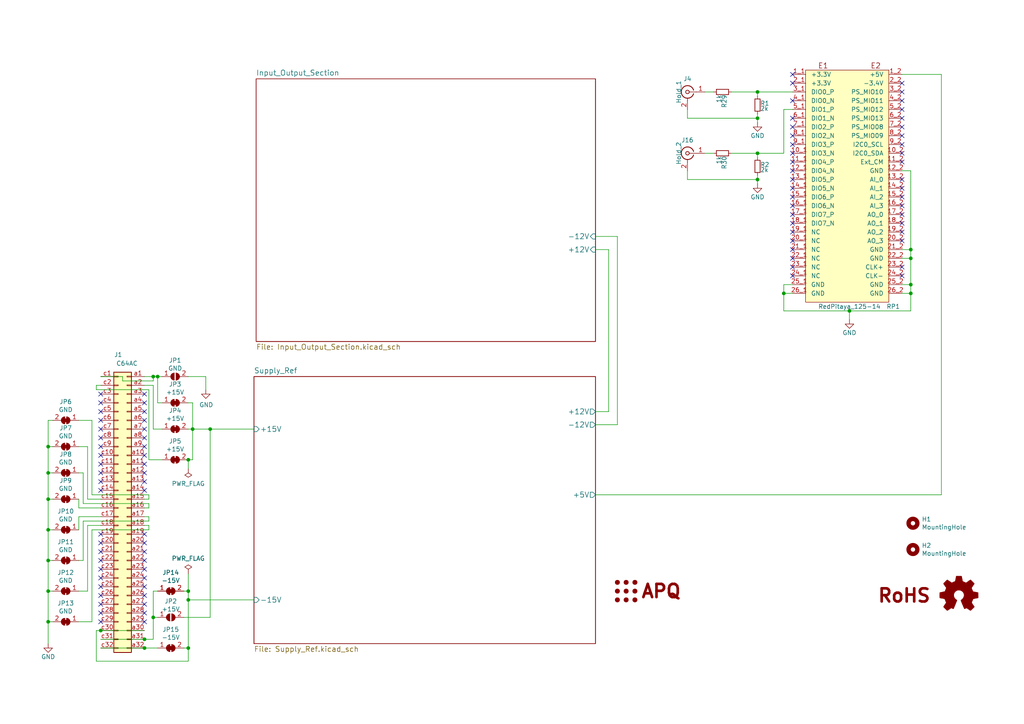
<source format=kicad_sch>
(kicad_sch (version 20230121) (generator eeschema)
  (paper "A4")
  (title_block (title "RedPitaya IntStab: +/-12V,+5V Supply") (date "2023-11-02") (rev "1.5.2") (company "Atoms-Photons-Quanta, Institut für Angewandte Physik, TU Darmstadt") (comment 1 "Tilman Preuschoff"))
  (lib_symbols
    (symbol "Connector:Conn_Coaxial" (pin_names (offset 1.016) hide)
      (property "Reference" "J" (at 0.254 3.048 0))
      (property "Value" "Conn_Coaxial" (at 2.921 0 90))
      (symbol "Conn_Coaxial_0_1"
        (arc (start -1.778 -0.508) (mid 0.2311 -1.8066) (end 1.778 0) (stroke (width 0.254)))
        (polyline (pts (xy -2.54 0) (xy -0.508 0)))
        (polyline (pts (xy 0 -2.54) (xy 0 -1.778)))
        (circle (center 0 0) (radius 0.508) (stroke (width 0.2032)))
        (arc (start 1.778 0) (mid 0.2099 1.8101) (end -1.778 0.508) (stroke (width 0.254)))
      )
      (symbol "Conn_Coaxial_1_1"
        (pin passive line (at -5.08 0 0) (length 2.54) (name "In") (number "1"))
        (pin passive line (at 0 -5.08 90) (length 2.54) (name "Ext") (number "2"))
      )
    )
    (symbol "Connector:DIN41612_02x32_AC" (pin_names (offset 1.016) hide)
      (property "Reference" "J" (at 1.27 40.64 0))
      (property "Value" "DIN41612_02x32_AC" (at 1.27 -43.18 0))
      (symbol "DIN41612_02x32_AC_1_1"
        (rectangle (start -1.27 -40.513) (end 0 -40.767) (stroke (width 0.1524)))
        (rectangle (start -1.27 -37.973) (end 0 -38.227) (stroke (width 0.1524)))
        (rectangle (start -1.27 -35.433) (end 0 -35.687) (stroke (width 0.1524)))
        (rectangle (start -1.27 -32.893) (end 0 -33.147) (stroke (width 0.1524)))
        (rectangle (start -1.27 -30.353) (end 0 -30.607) (stroke (width 0.1524)))
        (rectangle (start -1.27 -27.813) (end 0 -28.067) (stroke (width 0.1524)))
        (rectangle (start -1.27 -25.273) (end 0 -25.527) (stroke (width 0.1524)))
        (rectangle (start -1.27 -22.733) (end 0 -22.987) (stroke (width 0.1524)))
        (rectangle (start -1.27 -20.193) (end 0 -20.447) (stroke (width 0.1524)))
        (rectangle (start -1.27 -17.653) (end 0 -17.907) (stroke (width 0.1524)))
        (rectangle (start -1.27 -15.113) (end 0 -15.367) (stroke (width 0.1524)))
        (rectangle (start -1.27 -12.573) (end 0 -12.827) (stroke (width 0.1524)))
        (rectangle (start -1.27 -10.033) (end 0 -10.287) (stroke (width 0.1524)))
        (rectangle (start -1.27 -7.493) (end 0 -7.747) (stroke (width 0.1524)))
        (rectangle (start -1.27 -4.953) (end 0 -5.207) (stroke (width 0.1524)))
        (rectangle (start -1.27 -2.413) (end 0 -2.667) (stroke (width 0.1524)))
        (rectangle (start -1.27 0.127) (end 0 -0.127) (stroke (width 0.1524)))
        (rectangle (start -1.27 2.667) (end 0 2.413) (stroke (width 0.1524)))
        (rectangle (start -1.27 5.207) (end 0 4.953) (stroke (width 0.1524)))
        (rectangle (start -1.27 7.747) (end 0 7.493) (stroke (width 0.1524)))
        (rectangle (start -1.27 10.287) (end 0 10.033) (stroke (width 0.1524)))
        (rectangle (start -1.27 12.827) (end 0 12.573) (stroke (width 0.1524)))
        (rectangle (start -1.27 15.367) (end 0 15.113) (stroke (width 0.1524)))
        (rectangle (start -1.27 17.907) (end 0 17.653) (stroke (width 0.1524)))
        (rectangle (start -1.27 20.447) (end 0 20.193) (stroke (width 0.1524)))
        (rectangle (start -1.27 22.987) (end 0 22.733) (stroke (width 0.1524)))
        (rectangle (start -1.27 25.527) (end 0 25.273) (stroke (width 0.1524)))
        (rectangle (start -1.27 28.067) (end 0 27.813) (stroke (width 0.1524)))
        (rectangle (start -1.27 30.607) (end 0 30.353) (stroke (width 0.1524)))
        (rectangle (start -1.27 33.147) (end 0 32.893) (stroke (width 0.1524)))
        (rectangle (start -1.27 35.687) (end 0 35.433) (stroke (width 0.1524)))
        (rectangle (start -1.27 38.227) (end 0 37.973) (stroke (width 0.1524)))
        (rectangle (start -1.27 39.37) (end 3.81 -41.91) (stroke (width 0.254)) (fill (type background)))
        (rectangle (start 3.81 -40.513) (end 2.54 -40.767) (stroke (width 0.1524)))
        (rectangle (start 3.81 -37.973) (end 2.54 -38.227) (stroke (width 0.1524)))
        (rectangle (start 3.81 -35.433) (end 2.54 -35.687) (stroke (width 0.1524)))
        (rectangle (start 3.81 -32.893) (end 2.54 -33.147) (stroke (width 0.1524)))
        (rectangle (start 3.81 -30.353) (end 2.54 -30.607) (stroke (width 0.1524)))
        (rectangle (start 3.81 -27.813) (end 2.54 -28.067) (stroke (width 0.1524)))
        (rectangle (start 3.81 -25.273) (end 2.54 -25.527) (stroke (width 0.1524)))
        (rectangle (start 3.81 -22.733) (end 2.54 -22.987) (stroke (width 0.1524)))
        (rectangle (start 3.81 -20.193) (end 2.54 -20.447) (stroke (width 0.1524)))
        (rectangle (start 3.81 -17.653) (end 2.54 -17.907) (stroke (width 0.1524)))
        (rectangle (start 3.81 -15.113) (end 2.54 -15.367) (stroke (width 0.1524)))
        (rectangle (start 3.81 -12.573) (end 2.54 -12.827) (stroke (width 0.1524)))
        (rectangle (start 3.81 -10.033) (end 2.54 -10.287) (stroke (width 0.1524)))
        (rectangle (start 3.81 -7.493) (end 2.54 -7.747) (stroke (width 0.1524)))
        (rectangle (start 3.81 -4.953) (end 2.54 -5.207) (stroke (width 0.1524)))
        (rectangle (start 3.81 -2.413) (end 2.54 -2.667) (stroke (width 0.1524)))
        (rectangle (start 3.81 0.127) (end 2.54 -0.127) (stroke (width 0.1524)))
        (rectangle (start 3.81 2.667) (end 2.54 2.413) (stroke (width 0.1524)))
        (rectangle (start 3.81 5.207) (end 2.54 4.953) (stroke (width 0.1524)))
        (rectangle (start 3.81 7.747) (end 2.54 7.493) (stroke (width 0.1524)))
        (rectangle (start 3.81 10.287) (end 2.54 10.033) (stroke (width 0.1524)))
        (rectangle (start 3.81 12.827) (end 2.54 12.573) (stroke (width 0.1524)))
        (rectangle (start 3.81 15.367) (end 2.54 15.113) (stroke (width 0.1524)))
        (rectangle (start 3.81 17.907) (end 2.54 17.653) (stroke (width 0.1524)))
        (rectangle (start 3.81 20.447) (end 2.54 20.193) (stroke (width 0.1524)))
        (rectangle (start 3.81 22.987) (end 2.54 22.733) (stroke (width 0.1524)))
        (rectangle (start 3.81 25.527) (end 2.54 25.273) (stroke (width 0.1524)))
        (rectangle (start 3.81 28.067) (end 2.54 27.813) (stroke (width 0.1524)))
        (rectangle (start 3.81 30.607) (end 2.54 30.353) (stroke (width 0.1524)))
        (rectangle (start 3.81 33.147) (end 2.54 32.893) (stroke (width 0.1524)))
        (rectangle (start 3.81 35.687) (end 2.54 35.433) (stroke (width 0.1524)))
        (rectangle (start 3.81 38.227) (end 2.54 37.973) (stroke (width 0.1524)))
        (pin passive line (at -5.08 38.1 0) (length 3.81) (name "Pin_a1") (number "a1"))
        (pin passive line (at -5.08 15.24 0) (length 3.81) (name "Pin_a10") (number "a10"))
        (pin passive line (at -5.08 12.7 0) (length 3.81) (name "Pin_a11") (number "a11"))
        (pin passive line (at -5.08 10.16 0) (length 3.81) (name "Pin_a12") (number "a12"))
        (pin passive line (at -5.08 7.62 0) (length 3.81) (name "Pin_a13") (number "a13"))
        (pin passive line (at -5.08 5.08 0) (length 3.81) (name "Pin_a14") (number "a14"))
        (pin passive line (at -5.08 2.54 0) (length 3.81) (name "Pin_a15") (number "a15"))
        (pin passive line (at -5.08 0 0) (length 3.81) (name "Pin_a16") (number "a16"))
        (pin passive line (at -5.08 -2.54 0) (length 3.81) (name "Pin_a17") (number "a17"))
        (pin passive line (at -5.08 -5.08 0) (length 3.81) (name "Pin_a18") (number "a18"))
        (pin passive line (at -5.08 -7.62 0) (length 3.81) (name "Pin_a19") (number "a19"))
        (pin passive line (at -5.08 35.56 0) (length 3.81) (name "Pin_a2") (number "a2"))
        (pin passive line (at -5.08 -10.16 0) (length 3.81) (name "Pin_a20") (number "a20"))
        (pin passive line (at -5.08 -12.7 0) (length 3.81) (name "Pin_a21") (number "a21"))
        (pin passive line (at -5.08 -15.24 0) (length 3.81) (name "Pin_a22") (number "a22"))
        (pin passive line (at -5.08 -17.78 0) (length 3.81) (name "Pin_a23") (number "a23"))
        (pin passive line (at -5.08 -20.32 0) (length 3.81) (name "Pin_a24") (number "a24"))
        (pin passive line (at -5.08 -22.86 0) (length 3.81) (name "Pin_a25") (number "a25"))
        (pin passive line (at -5.08 -25.4 0) (length 3.81) (name "Pin_a26") (number "a26"))
        (pin passive line (at -5.08 -27.94 0) (length 3.81) (name "Pin_a27") (number "a27"))
        (pin passive line (at -5.08 -30.48 0) (length 3.81) (name "Pin_a28") (number "a28"))
        (pin passive line (at -5.08 -33.02 0) (length 3.81) (name "Pin_a29") (number "a29"))
        (pin passive line (at -5.08 33.02 0) (length 3.81) (name "Pin_a3") (number "a3"))
        (pin passive line (at -5.08 -35.56 0) (length 3.81) (name "Pin_a30") (number "a30"))
        (pin passive line (at -5.08 -38.1 0) (length 3.81) (name "Pin_a31") (number "a31"))
        (pin passive line (at -5.08 -40.64 0) (length 3.81) (name "Pin_a32") (number "a32"))
        (pin passive line (at -5.08 30.48 0) (length 3.81) (name "Pin_a4") (number "a4"))
        (pin passive line (at -5.08 27.94 0) (length 3.81) (name "Pin_a5") (number "a5"))
        (pin passive line (at -5.08 25.4 0) (length 3.81) (name "Pin_a6") (number "a6"))
        (pin passive line (at -5.08 22.86 0) (length 3.81) (name "Pin_a7") (number "a7"))
        (pin passive line (at -5.08 20.32 0) (length 3.81) (name "Pin_a8") (number "a8"))
        (pin passive line (at -5.08 17.78 0) (length 3.81) (name "Pin_a9") (number "a9"))
        (pin passive line (at 7.62 38.1 180) (length 3.81) (name "Pin_c1") (number "c1"))
        (pin passive line (at 7.62 15.24 180) (length 3.81) (name "Pin_c10") (number "c10"))
        (pin passive line (at 7.62 12.7 180) (length 3.81) (name "Pin_c11") (number "c11"))
        (pin passive line (at 7.62 10.16 180) (length 3.81) (name "Pin_c12") (number "c12"))
        (pin passive line (at 7.62 7.62 180) (length 3.81) (name "Pin_c13") (number "c13"))
        (pin passive line (at 7.62 5.08 180) (length 3.81) (name "Pin_c14") (number "c14"))
        (pin passive line (at 7.62 2.54 180) (length 3.81) (name "Pin_c15") (number "c15"))
        (pin passive line (at 7.62 0 180) (length 3.81) (name "Pin_c16") (number "c16"))
        (pin passive line (at 7.62 -2.54 180) (length 3.81) (name "Pin_c17") (number "c17"))
        (pin passive line (at 7.62 -5.08 180) (length 3.81) (name "Pin_c18") (number "c18"))
        (pin passive line (at 7.62 -7.62 180) (length 3.81) (name "Pin_c19") (number "c19"))
        (pin passive line (at 7.62 35.56 180) (length 3.81) (name "Pin_c2") (number "c2"))
        (pin passive line (at 7.62 -10.16 180) (length 3.81) (name "Pin_c20") (number "c20"))
        (pin passive line (at 7.62 -12.7 180) (length 3.81) (name "Pin_c21") (number "c21"))
        (pin passive line (at 7.62 -15.24 180) (length 3.81) (name "Pin_c22") (number "c22"))
        (pin passive line (at 7.62 -17.78 180) (length 3.81) (name "Pin_c23") (number "c23"))
        (pin passive line (at 7.62 -20.32 180) (length 3.81) (name "Pin_c24") (number "c24"))
        (pin passive line (at 7.62 -22.86 180) (length 3.81) (name "Pin_c25") (number "c25"))
        (pin passive line (at 7.62 -25.4 180) (length 3.81) (name "Pin_c26") (number "c26"))
        (pin passive line (at 7.62 -27.94 180) (length 3.81) (name "Pin_c27") (number "c27"))
        (pin passive line (at 7.62 -30.48 180) (length 3.81) (name "Pin_c28") (number "c28"))
        (pin passive line (at 7.62 -33.02 180) (length 3.81) (name "Pin_c29") (number "c29"))
        (pin passive line (at 7.62 33.02 180) (length 3.81) (name "Pin_c3") (number "c3"))
        (pin passive line (at 7.62 -35.56 180) (length 3.81) (name "Pin_c30") (number "c30"))
        (pin passive line (at 7.62 -38.1 180) (length 3.81) (name "Pin_c31") (number "c31"))
        (pin passive line (at 7.62 -40.64 180) (length 3.81) (name "Pin_c32") (number "c32"))
        (pin passive line (at 7.62 30.48 180) (length 3.81) (name "Pin_c4") (number "c4"))
        (pin passive line (at 7.62 27.94 180) (length 3.81) (name "Pin_c5") (number "c5"))
        (pin passive line (at 7.62 25.4 180) (length 3.81) (name "Pin_c6") (number "c6"))
        (pin passive line (at 7.62 22.86 180) (length 3.81) (name "Pin_c7") (number "c7"))
        (pin passive line (at 7.62 20.32 180) (length 3.81) (name "Pin_c8") (number "c8"))
        (pin passive line (at 7.62 17.78 180) (length 3.81) (name "Pin_c9") (number "c9"))
      )
    )
    (symbol "Custom_logos:Logo_APQ" (pin_names (offset 1.016)) (in_bom no)
      (symbol "Logo_APQ_0_0"
        (text "APQ" (at 17.78 0 0) (effects (font (size 3.81 3.81) bold)))
      )
      (symbol "Logo_APQ_0_1"
        (circle (center 5.08 0) (radius 0.635) (fill (type outline)))
        (circle (center 5.08 2.54) (radius 0.635) (fill (type outline)))
        (circle (center 7.62 0) (radius 0.635) (fill (type outline)))
        (circle (center 7.62 2.54) (radius 0.635) (fill (type outline)))
        (circle (center 10.16 2.54) (radius 0.635) (fill (type outline)))
      )
      (symbol "Logo_APQ_1_1"
        (circle (center 5.08 -2.54) (radius 0.635) (fill (type outline)))
        (circle (center 7.62 -2.54) (radius 0.635) (fill (type outline)))
        (circle (center 10.16 -2.54) (radius 0.635) (fill (type outline)))
        (circle (center 10.16 0) (radius 0.635) (fill (type outline)))
      )
    )
    (symbol "Custom_logos:Logo_RoHS" (pin_names (offset 1.016)) (in_bom no)
      (symbol "Logo_RoHS_1_0"
        (text "RoHS" (at 13.335 0 0) (effects (font (size 3.81 3.81) bold)))
      )
    )
    (symbol "Device:R_Small" (pin_numbers hide) (pin_names (offset 0.254) hide)
      (property "Reference" "R" (at 0.762 0.508 0))
      (property "Value" "R_Small" (at 0.762 -1.016 0))
      (symbol "R_Small_0_1"
        (rectangle (start -0.762 1.778) (end 0.762 -1.778) (stroke (width 0.2032)))
      )
      (symbol "R_Small_1_1"
        (pin passive line (at 0 2.54 270) (length 0.762) (name "~") (number "1"))
        (pin passive line (at 0 -2.54 90) (length 0.762) (name "~") (number "2"))
      )
    )
    (symbol "Graphic:Logo_Open_Hardware_Small" (in_bom no) (on_board no)
      (symbol "Logo_Open_Hardware_Small_0_1"
        (polyline (pts (xy 3.3528 -4.3434) (xy 3.302 -4.318) (xy 3.175 -4.2418) (xy 2.9972 -4.1148) (xy 2.7686 -3.9624) (xy 2.54 -3.81) (xy 2.3622 -3.7084) (xy 2.2352 -3.6068) (xy 2.1844 -3.5814) (xy 2.159 -3.6068) (xy 2.0574 -3.6576) (xy 1.905 -3.7338) (xy 1.8034 -3.7846) (xy 1.6764 -3.8354) (xy 1.6002 -3.8354) (xy 1.6002 -3.8354) (xy 1.5494 -3.7338) (xy 1.4732 -3.5306) (xy 1.3462 -3.302) (xy 1.2446 -3.0226) (xy 1.1176 -2.7178) (xy 0.9652 -2.413) (xy 0.8636 -2.1082) (xy 0.7366 -1.8288) (xy 0.6604 -1.6256) (xy 0.6096 -1.4732) (xy 0.5842 -1.397) (xy 0.5842 -1.397) (xy 0.6604 -1.3208) (xy 0.7874 -1.2446) (xy 1.0414 -1.016) (xy 1.2954 -0.6858) (xy 1.4478 -0.3302) (xy 1.524 0.0762) (xy 1.4732 0.4572) (xy 1.3208 0.8128) (xy 1.0668 1.143) (xy 0.762 1.3716) (xy 0.4064 1.524) (xy 0 1.5748) (xy -0.381 1.5494) (xy -0.7366 1.397) (xy -1.0668 1.143) (xy -1.2192 0.9906) (xy -1.397 0.6604) (xy -1.524 0.3048) (xy -1.524 0.2286) (xy -1.4986 -0.1778) (xy -1.397 -0.5334) (xy -1.1938 -0.8636) (xy -0.9144 -1.143) (xy -0.8636 -1.1684) (xy -0.7366 -1.27) (xy -0.635 -1.3462) (xy -0.5842 -1.397) (xy -1.0668 -2.5908) (xy -1.143 -2.794) (xy -1.2954 -3.1242) (xy -1.397 -3.4036) (xy -1.4986 -3.6322) (xy -1.5748 -3.7846) (xy -1.6002 -3.8354) (xy -1.6002 -3.8354) (xy -1.651 -3.8354) (xy -1.7272 -3.81) (xy -1.905 -3.7338) (xy -2.0066 -3.683) (xy -2.1336 -3.6068) (xy -2.2098 -3.5814) (xy -2.2606 -3.6068) (xy -2.3622 -3.683) (xy -2.54 -3.81) (xy -2.7686 -3.9624) (xy -2.9718 -4.0894) (xy -3.1496 -4.2164) (xy -3.302 -4.318) (xy -3.3528 -4.3434) (xy -3.3782 -4.3434) (xy -3.429 -4.318) (xy -3.5306 -4.2164) (xy -3.7084 -4.064) (xy -3.937 -3.8354) (xy -3.9624 -3.81) (xy -4.1656 -3.6068) (xy -4.318 -3.4544) (xy -4.4196 -3.3274) (xy -4.445 -3.2766) (xy -4.445 -3.2766) (xy -4.4196 -3.2258) (xy -4.318 -3.0734) (xy -4.2164 -2.8956) (xy -4.064 -2.667) (xy -3.6576 -2.0828) (xy -3.8862 -1.5494) (xy -3.937 -1.3716) (xy -4.0386 -1.1684) (xy -4.0894 -1.0414) (xy -4.1148 -0.9652) (xy -4.191 -0.9398) (xy -4.318 -0.9144) (xy -4.5466 -0.8636) (xy -4.8006 -0.8128) (xy -5.0546 -0.7874) (xy -5.2578 -0.7366) (xy -5.4356 -0.7112) (xy -5.5118 -0.6858) (xy -5.5118 -0.6858) (xy -5.5372 -0.635) (xy -5.5372 -0.5588) (xy -5.5372 -0.4318) (xy -5.5626 -0.2286) (xy -5.5626 0.0762) (xy -5.5626 0.127) (xy -5.5372 0.4064) (xy -5.5372 0.635) (xy -5.5372 0.762) (xy -5.5372 0.8382) (xy -5.5372 0.8382) (xy -5.461 0.8382) (xy -5.3086 0.889) (xy -5.08 0.9144) (xy -4.826 0.9652) (xy -4.8006 0.9906) (xy -4.5466 1.0414) (xy -4.318 1.0668) (xy -4.1656 1.1176) (xy -4.0894 1.143) (xy -4.0894 1.143) (xy -4.0386 1.2446) (xy -3.9624 1.4224) (xy -3.8608 1.6256) (xy -3.7846 1.8288) (xy -3.7084 2.0066) (xy -3.6576 2.159) (xy -3.6322 2.2098) (xy -3.6322 2.2098) (xy -3.683 2.286) (xy -3.7592 2.413) (xy -3.8862 2.5908) (xy -4.064 2.8194) (xy -4.064 2.8448) (xy -4.2164 3.0734) (xy -4.3434 3.2512) (xy -4.4196 3.3782) (xy -4.445 3.4544) (xy -4.445 3.4544) (xy -4.3942 3.5052) (xy -4.2926 3.6322) (xy -4.1148 3.81) (xy -3.937 4.0132) (xy -3.8608 4.064) (xy -3.6576 4.2926) (xy -3.5052 4.4196) (xy -3.4036 4.4958) (xy -3.3528 4.5212) (xy -3.3528 4.5212) (xy -3.302 4.4704) (xy -3.1496 4.3688) (xy -2.9718 4.2418) (xy -2.7432 4.0894) (xy -2.7178 4.0894) (xy -2.4892 3.937) (xy -2.3114 3.81) (xy -2.1844 3.7084) (xy -2.1336 3.683) (xy -2.1082 3.683) (xy -2.032 3.7084) (xy -1.8542 3.7592) (xy -1.6764 3.8354) (xy -1.4732 3.937) (xy -1.27 4.0132) (xy -1.143 4.064) (xy -1.0668 4.1148) (xy -1.0668 4.1148) (xy -1.0414 4.191) (xy -1.016 4.3434) (xy -0.9652 4.572) (xy -0.9144 4.8514) (xy -0.889 4.9022) (xy -0.8382 5.1562) (xy -0.8128 5.3848) (xy -0.7874 5.5372) (xy -0.762 5.588) (xy -0.7112 5.6134) (xy -0.5842 5.6134) (xy -0.4064 5.6134) (xy -0.1524 5.6134) (xy 0.0762 5.6134) (xy 0.3302 5.6134) (xy 0.5334 5.6134) (xy 0.6858 5.588) (xy 0.7366 5.588) (xy 0.7366 5.588) (xy 0.762 5.5118) (xy 0.8128 5.334) (xy 0.8382 5.1054) (xy 0.9144 4.826) (xy 0.9144 4.7752) (xy 0.9652 4.5212) (xy 1.016 4.2926) (xy 1.0414 4.1402) (xy 1.0668 4.0894) (xy 1.0668 4.0894) (xy 1.1938 4.0386) (xy 1.3716 3.9624) (xy 1.5748 3.8608) (xy 2.0828 3.6576) (xy 2.7178 4.0894) (xy 2.7686 4.1402) (xy 2.9972 4.2926) (xy 3.175 4.4196) (xy 3.302 4.4958) (xy 3.3782 4.5212) (xy 3.3782 4.5212) (xy 3.429 4.4704) (xy 3.556 4.3434) (xy 3.7338 4.191) (xy 3.9116 3.9878) (xy 4.064 3.8354) (xy 4.2418 3.6576) (xy 4.3434 3.556) (xy 4.4196 3.4798) (xy 4.4196 3.429) (xy 4.4196 3.4036) (xy 4.3942 3.3274) (xy 4.2926 3.2004) (xy 4.1656 2.9972) (xy 4.0132 2.794) (xy 3.8862 2.5908) (xy 3.7592 2.3876) (xy 3.6576 2.2352) (xy 3.6322 2.159) (xy 3.6322 2.1336) (xy 3.683 2.0066) (xy 3.7592 1.8288) (xy 3.8608 1.6002) (xy 4.064 1.1176) (xy 4.3942 1.0414) (xy 4.5974 1.016) (xy 4.8768 0.9652) (xy 5.1308 0.9144) (xy 5.5372 0.8382) (xy 5.5626 -0.6604) (xy 5.4864 -0.6858) (xy 5.4356 -0.6858) (xy 5.2832 -0.7366) (xy 5.0546 -0.762) (xy 4.8006 -0.8128) (xy 4.5974 -0.8636) (xy 4.3688 -0.9144) (xy 4.2164 -0.9398) (xy 4.1402 -0.9398) (xy 4.1148 -0.9652) (xy 4.064 -1.0668) (xy 3.9878 -1.2446) (xy 3.9116 -1.4478) (xy 3.81 -1.651) (xy 3.7338 -1.8542) (xy 3.683 -2.0066) (xy 3.6576 -2.0828) (xy 3.683 -2.1336) (xy 3.7846 -2.2606) (xy 3.8862 -2.4638) (xy 4.0386 -2.667) (xy 4.191 -2.8956) (xy 4.318 -3.0734) (xy 4.3942 -3.2004) (xy 4.445 -3.2766) (xy 4.4196 -3.3274) (xy 4.3434 -3.429) (xy 4.1656 -3.5814) (xy 3.937 -3.8354) (xy 3.8862 -3.8608) (xy 3.683 -4.064) (xy 3.5306 -4.2164) (xy 3.4036 -4.318) (xy 3.3528 -4.3434)) (fill (type outline)))
      )
    )
    (symbol "Jumper:SolderJumper_2_Bridged" (pin_names (offset 0) hide)
      (property "Reference" "JP" (at 0 2.032 0))
      (property "Value" "SolderJumper_2_Bridged" (at 0 -2.54 0))
      (symbol "SolderJumper_2_Bridged_0_1"
        (rectangle (start -0.508 0.508) (end 0.508 -0.508) (fill (type outline)))
        (arc (start -0.254 1.016) (mid -1.2656 0) (end -0.254 -1.016))
        (arc (start -0.254 1.016) (mid -1.2656 0) (end -0.254 -1.016) (fill (type outline)))
        (polyline (pts (xy -0.254 1.016) (xy -0.254 -1.016)))
        (polyline (pts (xy 0.254 1.016) (xy 0.254 -1.016)))
        (arc (start 0.254 -1.016) (mid 1.2656 0) (end 0.254 1.016))
        (arc (start 0.254 -1.016) (mid 1.2656 0) (end 0.254 1.016) (fill (type outline)))
      )
      (symbol "SolderJumper_2_Bridged_1_1"
        (pin passive line (at -3.81 0 0) (length 2.54) (name "A") (number "1"))
        (pin passive line (at 3.81 0 180) (length 2.54) (name "B") (number "2"))
      )
    )
    (symbol "Jumper:SolderJumper_2_Open" (pin_names (offset 0) hide)
      (property "Reference" "JP" (at 0 2.032 0))
      (property "Value" "SolderJumper_2_Open" (at 0 -2.54 0))
      (symbol "SolderJumper_2_Open_0_1"
        (arc (start -0.254 1.016) (mid -1.2656 0) (end -0.254 -1.016))
        (arc (start -0.254 1.016) (mid -1.2656 0) (end -0.254 -1.016) (fill (type outline)))
        (polyline (pts (xy -0.254 1.016) (xy -0.254 -1.016)))
        (polyline (pts (xy 0.254 1.016) (xy 0.254 -1.016)))
        (arc (start 0.254 -1.016) (mid 1.2656 0) (end 0.254 1.016))
        (arc (start 0.254 -1.016) (mid 1.2656 0) (end 0.254 1.016) (fill (type outline)))
      )
      (symbol "SolderJumper_2_Open_1_1"
        (pin passive line (at -3.81 0 0) (length 2.54) (name "A") (number "1"))
        (pin passive line (at 3.81 0 180) (length 2.54) (name "B") (number "2"))
      )
    )
    (symbol "Mechanical:MountingHole" (pin_names (offset 1.016))
      (property "Reference" "H" (at 0 5.08 0))
      (property "Value" "MountingHole" (at 0 3.175 0))
      (symbol "MountingHole_0_1"
        (circle (center 0 0) (radius 1.27) (stroke (width 1.27)))
      )
    )
    (symbol "power:GND" (power) (pin_names (offset 0))
      (property "Value" "GND" (at 0 -3.81 0))
      (symbol "GND_0_1"
        (polyline (pts (xy 0 0) (xy 0 -1.27) (xy 1.27 -1.27) (xy 0 -2.54) (xy -1.27 -1.27) (xy 0 -1.27)))
      )
      (symbol "GND_1_1"
        (pin power_in line (at 0 0 270) (length 0) hide (name "GND") (number "1"))
      )
    )
    (symbol "power:PWR_FLAG" (power) (pin_numbers hide) (pin_names (offset 0) hide)
      (property "Value" "PWR_FLAG" (at 0 3.81 0))
      (symbol "PWR_FLAG_0_0"
        (pin power_out line (at 0 0 90) (length 0) (name "pwr") (number "1"))
      )
      (symbol "PWR_FLAG_0_1"
        (polyline (pts (xy 0 0) (xy 0 1.27) (xy -1.016 1.905) (xy 0 2.54) (xy 1.016 1.905) (xy 0 1.27)))
      )
    )
    (symbol "redpitaya_125-14:RedPitaya_125-14" (pin_names (offset 1.524))
      (property "Reference" "RP" (at 13.97 -30.48 0))
      (property "Value" "RedPitaya_125-14" (at 1.27 -30.48 0))
      (symbol "RedPitaya_125-14_0_0"
        (text "E1" (at -6.35 39.37 0) (effects (font (size 1.524 1.524))))
        (text "E2" (at 8.89 39.37 0) (effects (font (size 1.524 1.524))))
      )
      (symbol "RedPitaya_125-14_1_1"
        (polyline (pts (xy -11.43 -29.21) (xy 12.7 -29.21) (xy 12.7 38.1) (xy -11.43 38.1) (xy -11.43 -29.21)) (fill (type background)))
        (pin passive line (at -15.24 13.97 0) (length 3.81) (name "DIO3_N") (number "10_1"))
        (pin passive line (at 16.51 13.97 180) (length 3.81) (name "I2C0_SDA") (number "10_2"))
        (pin passive line (at -15.24 11.43 0) (length 3.81) (name "DIO4_P") (number "11_1"))
        (pin passive line (at 16.51 11.43 180) (length 3.81) (name "Ext_CM") (number "11_2"))
        (pin passive line (at -15.24 8.89 0) (length 3.81) (name "DIO4_N") (number "12_1"))
        (pin passive line (at 16.51 8.89 180) (length 3.81) (name "GND") (number "12_2"))
        (pin passive line (at -15.24 6.35 0) (length 3.81) (name "DIO5_P") (number "13_1"))
        (pin passive line (at 16.51 6.35 180) (length 3.81) (name "AI_0") (number "13_2"))
        (pin passive line (at -15.24 3.81 0) (length 3.81) (name "DIO5_N") (number "14_1"))
        (pin passive line (at 16.51 3.81 180) (length 3.81) (name "AI_1") (number "14_2"))
        (pin passive line (at -15.24 1.27 0) (length 3.81) (name "DIO6_P") (number "15_1"))
        (pin passive line (at 16.51 1.27 180) (length 3.81) (name "AI_2") (number "15_2"))
        (pin passive line (at -15.24 -1.27 0) (length 3.81) (name "DIO6_N") (number "16_1"))
        (pin passive line (at 16.51 -1.27 180) (length 3.81) (name "AI_3") (number "16_2"))
        (pin passive line (at -15.24 -3.81 0) (length 3.81) (name "DIO7_P") (number "17_1"))
        (pin passive line (at 16.51 -3.81 180) (length 3.81) (name "AO_0") (number "17_2"))
        (pin passive line (at -15.24 -6.35 0) (length 3.81) (name "DIO7_N") (number "18_1"))
        (pin passive line (at 16.51 -6.35 180) (length 3.81) (name "AO_1") (number "18_2"))
        (pin passive line (at -15.24 -8.89 0) (length 3.81) (name "NC") (number "19_1"))
        (pin passive line (at 16.51 -8.89 180) (length 3.81) (name "AO_2") (number "19_2"))
        (pin passive line (at -15.24 36.83 0) (length 3.81) (name "+3.3V") (number "1_1"))
        (pin input line (at 16.51 36.83 180) (length 3.81) (name "+5V") (number "1_2"))
        (pin passive line (at -15.24 -11.43 0) (length 3.81) (name "NC") (number "20_1"))
        (pin passive line (at 16.51 -11.43 180) (length 3.81) (name "AO_3") (number "20_2"))
        (pin passive line (at -15.24 -13.97 0) (length 3.81) (name "NC") (number "21_1"))
        (pin passive line (at 16.51 -13.97 180) (length 3.81) (name "GND") (number "21_2"))
        (pin passive line (at -15.24 -16.51 0) (length 3.81) (name "NC") (number "22_1"))
        (pin passive line (at 16.51 -16.51 180) (length 3.81) (name "GND") (number "22_2"))
        (pin passive line (at -15.24 -19.05 0) (length 3.81) (name "NC") (number "23_1"))
        (pin passive line (at 16.51 -19.05 180) (length 3.81) (name "CLK+") (number "23_2"))
        (pin passive line (at -15.24 -21.59 0) (length 3.81) (name "NC") (number "24_1"))
        (pin passive line (at 16.51 -21.59 180) (length 3.81) (name "CLK-") (number "24_2"))
        (pin passive line (at -15.24 -24.13 0) (length 3.81) (name "GND") (number "25_1"))
        (pin passive line (at 16.51 -24.13 180) (length 3.81) (name "GND") (number "25_2"))
        (pin passive line (at -15.24 -26.67 0) (length 3.81) (name "GND") (number "26_1"))
        (pin passive line (at 16.51 -26.67 180) (length 3.81) (name "GND") (number "26_2"))
        (pin passive line (at -15.24 34.29 0) (length 3.81) (name "+3.3V") (number "2_1"))
        (pin passive line (at 16.51 34.29 180) (length 3.81) (name "-3.4V") (number "2_2"))
        (pin passive line (at -15.24 31.75 0) (length 3.81) (name "DIO0_P") (number "3_1"))
        (pin passive line (at 16.51 31.75 180) (length 3.81) (name "PS_MIO10") (number "3_2"))
        (pin passive line (at -15.24 29.21 0) (length 3.81) (name "DIO0_N") (number "4_1"))
        (pin passive line (at 16.51 29.21 180) (length 3.81) (name "PS_MIO11") (number "4_2"))
        (pin passive line (at -15.24 26.67 0) (length 3.81) (name "DIO1_P") (number "5_1"))
        (pin passive line (at 16.51 26.67 180) (length 3.81) (name "PS_MIO12") (number "5_2"))
        (pin passive line (at -15.24 24.13 0) (length 3.81) (name "DIO1_N") (number "6_1"))
        (pin passive line (at 16.51 24.13 180) (length 3.81) (name "PS_MIO13") (number "6_2"))
        (pin passive line (at -15.24 21.59 0) (length 3.81) (name "DIO2_P") (number "7_1"))
        (pin passive line (at 16.51 21.59 180) (length 3.81) (name "PS_MIO08") (number "7_2"))
        (pin passive line (at -15.24 19.05 0) (length 3.81) (name "DIO2_N") (number "8_1"))
        (pin passive line (at 16.51 19.05 180) (length 3.81) (name "PS_MIO09") (number "8_2"))
        (pin passive line (at -15.24 16.51 0) (length 3.81) (name "DIO3_P") (number "9_1"))
        (pin passive line (at 16.51 16.51 180) (length 3.81) (name "I2C0_SCL") (number "9_2"))
      )
    )
  )
  (junction (at 246.38 90.17))
  (junction (at 219.71 52.07))
  (junction (at 264.16 82.55))
  (junction (at 55.88 124.46))
  (junction (at 60.96 124.46))
  (junction (at 227.33 85.09))
  (junction (at 54.61 187.96))
  (junction (at 219.71 44.45))
  (junction (at 41.91 185.42))
  (junction (at 13.97 153.67))
  (junction (at 219.71 34.29))
  (junction (at 44.45 179.07))
  (junction (at 13.97 137.16))
  (junction (at 45.72 109.22))
  (junction (at 13.97 180.34))
  (junction (at 264.16 74.93))
  (junction (at 13.97 144.78))
  (junction (at 54.61 171.45))
  (junction (at 219.71 26.67))
  (junction (at 54.61 133.35))
  (junction (at 54.61 173.99))
  (junction (at 44.45 109.22))
  (junction (at 264.16 85.09))
  (junction (at 13.97 129.54))
  (junction (at 13.97 162.56))
  (junction (at 41.91 187.96))
  (junction (at 13.97 171.45))
  (junction (at 29.21 182.88))
  (junction (at 264.16 72.39))
  (no_connect (at 261.62 64.77))
  (no_connect (at 41.91 165.1))
  (no_connect (at 29.21 162.56))
  (no_connect (at 29.21 177.8))
  (no_connect (at 29.21 116.84))
  (no_connect (at 29.21 165.1))
  (no_connect (at 261.62 69.85))
  (no_connect (at 261.62 59.69))
  (no_connect (at 41.91 177.8))
  (no_connect (at 261.62 41.91))
  (no_connect (at 261.62 36.83))
  (no_connect (at 41.91 119.38))
  (no_connect (at 29.21 121.92))
  (no_connect (at 229.87 77.47))
  (no_connect (at 41.91 121.92))
  (no_connect (at 41.91 132.08))
  (no_connect (at 41.91 160.02))
  (no_connect (at 41.91 124.46))
  (no_connect (at 29.21 124.46))
  (no_connect (at 29.21 127))
  (no_connect (at 41.91 172.72))
  (no_connect (at 41.91 114.3))
  (no_connect (at 29.21 114.3))
  (no_connect (at 261.62 62.23))
  (no_connect (at 261.62 29.21))
  (no_connect (at 229.87 52.07))
  (no_connect (at 261.62 52.07))
  (no_connect (at 29.21 180.34))
  (no_connect (at 229.87 46.99))
  (no_connect (at 229.87 34.29))
  (no_connect (at 29.21 172.72))
  (no_connect (at 41.91 139.7))
  (no_connect (at 261.62 34.29))
  (no_connect (at 229.87 80.01))
  (no_connect (at 229.87 39.37))
  (no_connect (at 41.91 134.62))
  (no_connect (at 41.91 154.94))
  (no_connect (at 261.62 24.13))
  (no_connect (at 29.21 160.02))
  (no_connect (at 29.21 154.94))
  (no_connect (at 41.91 157.48))
  (no_connect (at 41.91 116.84))
  (no_connect (at 41.91 137.16))
  (no_connect (at 29.21 119.38))
  (no_connect (at 229.87 72.39))
  (no_connect (at 29.21 132.08))
  (no_connect (at 29.21 175.26))
  (no_connect (at 29.21 139.7))
  (no_connect (at 261.62 67.31))
  (no_connect (at 229.87 74.93))
  (no_connect (at 229.87 64.77))
  (no_connect (at 229.87 44.45))
  (no_connect (at 229.87 69.85))
  (no_connect (at 29.21 134.62))
  (no_connect (at 229.87 24.13))
  (no_connect (at 41.91 162.56))
  (no_connect (at 41.91 175.26))
  (no_connect (at 41.91 167.64))
  (no_connect (at 261.62 44.45))
  (no_connect (at 229.87 62.23))
  (no_connect (at 41.91 129.54))
  (no_connect (at 29.21 167.64))
  (no_connect (at 229.87 59.69))
  (no_connect (at 229.87 41.91))
  (no_connect (at 229.87 49.53))
  (no_connect (at 229.87 67.31))
  (no_connect (at 29.21 137.16))
  (no_connect (at 229.87 57.15))
  (no_connect (at 29.21 170.18))
  (no_connect (at 41.91 170.18))
  (no_connect (at 261.62 26.67))
  (no_connect (at 41.91 142.24))
  (no_connect (at 229.87 54.61))
  (no_connect (at 41.91 127))
  (no_connect (at 261.62 46.99))
  (no_connect (at 261.62 77.47))
  (no_connect (at 261.62 39.37))
  (no_connect (at 261.62 57.15))
  (no_connect (at 261.62 80.01))
  (no_connect (at 29.21 142.24))
  (no_connect (at 29.21 157.48))
  (no_connect (at 261.62 31.75))
  (no_connect (at 229.87 36.83))
  (no_connect (at 261.62 54.61))
  (no_connect (at 41.91 180.34))
  (no_connect (at 29.21 129.54))
  (no_connect (at 229.87 21.59))
  (no_connect (at 229.87 29.21))
  (wire (pts (xy 22.86 147.32) (xy 22.86 144.78)))
  (wire (pts (xy 54.61 109.22) (xy 59.69 109.22)))
  (wire (pts (xy 227.33 44.45) (xy 219.71 44.45)))
  (wire (pts (xy 13.97 153.67) (xy 13.97 162.56)))
  (wire (pts (xy 41.91 144.78) (xy 43.18 144.78)))
  (wire (pts (xy 45.72 109.22) (xy 46.99 109.22)))
  (wire (pts (xy 26.67 143.51) (xy 26.67 121.92)))
  (wire (pts (xy 41.91 149.86) (xy 43.18 149.86)))
  (wire (pts (xy 25.4 129.54) (xy 22.86 129.54)))
  (wire (pts (xy 22.86 162.56) (xy 24.13 162.56)))
  (wire (pts (xy 212.09 26.67) (xy 219.71 26.67)))
  (wire (pts (xy 13.97 137.16) (xy 15.24 137.16)))
  (wire (pts (xy 27.94 191.77) (xy 54.61 191.77)))
  (wire (pts (xy 13.97 180.34) (xy 15.24 180.34)))
  (wire (pts (xy 219.71 52.07) (xy 219.71 53.34)))
  (wire (pts (xy 29.21 182.88) (xy 41.91 182.88)))
  (wire (pts (xy 227.33 90.17) (xy 246.38 90.17)))
  (wire (pts (xy 41.91 187.96) (xy 45.72 187.96)))
  (wire (pts (xy 13.97 129.54) (xy 15.24 129.54)))
  (wire (pts (xy 172.72 143.51) (xy 273.05 143.51)))
  (wire (pts (xy 219.71 26.67) (xy 229.87 26.67)))
  (wire (pts (xy 264.16 82.55) (xy 264.16 74.93)))
  (wire (pts (xy 27.94 182.88) (xy 29.21 182.88)))
  (wire (pts (xy 22.86 149.86) (xy 22.86 153.67)))
  (wire (pts (xy 227.33 31.75) (xy 227.33 44.45)))
  (wire (pts (xy 25.4 144.78) (xy 29.21 144.78)))
  (wire (pts (xy 13.97 129.54) (xy 13.97 137.16)))
  (wire (pts (xy 29.21 187.96) (xy 41.91 187.96)))
  (wire (pts (xy 44.45 171.45) (xy 44.45 179.07)))
  (wire (pts (xy 43.18 147.32) (xy 43.18 146.05)))
  (wire (pts (xy 199.39 31.75) (xy 199.39 34.29)))
  (wire (pts (xy 264.16 90.17) (xy 264.16 85.09)))
  (wire (pts (xy 219.71 50.8) (xy 219.71 52.07)))
  (wire (pts (xy 172.72 72.39) (xy 176.53 72.39)))
  (wire (pts (xy 229.87 85.09) (xy 227.33 85.09)))
  (wire (pts (xy 264.16 74.93) (xy 264.16 72.39)))
  (wire (pts (xy 219.71 27.94) (xy 219.71 26.67)))
  (wire (pts (xy 13.97 121.92) (xy 15.24 121.92)))
  (wire (pts (xy 35.56 110.49) (xy 44.45 110.49)))
  (wire (pts (xy 55.88 116.84) (xy 55.88 124.46)))
  (wire (pts (xy 13.97 153.67) (xy 15.24 153.67)))
  (wire (pts (xy 29.21 111.76) (xy 27.94 111.76)))
  (wire (pts (xy 219.71 34.29) (xy 219.71 35.56)))
  (wire (pts (xy 27.94 111.76) (xy 27.94 113.03)))
  (wire (pts (xy 199.39 34.29) (xy 219.71 34.29)))
  (wire (pts (xy 29.21 185.42) (xy 41.91 185.42)))
  (wire (pts (xy 261.62 21.59) (xy 273.05 21.59)))
  (wire (pts (xy 43.18 149.86) (xy 43.18 151.13)))
  (wire (pts (xy 25.4 152.4) (xy 25.4 171.45)))
  (wire (pts (xy 219.71 45.72) (xy 219.71 44.45)))
  (wire (pts (xy 26.67 143.51) (xy 43.18 143.51)))
  (wire (pts (xy 179.07 123.19) (xy 179.07 68.58)))
  (wire (pts (xy 25.4 129.54) (xy 25.4 144.78)))
  (wire (pts (xy 24.13 137.16) (xy 24.13 146.05)))
  (wire (pts (xy 27.94 182.88) (xy 27.94 191.77)))
  (wire (pts (xy 43.18 146.05) (xy 24.13 146.05)))
  (wire (pts (xy 273.05 21.59) (xy 273.05 143.51)))
  (wire (pts (xy 24.13 137.16) (xy 22.86 137.16)))
  (wire (pts (xy 54.61 133.35) (xy 54.61 135.89)))
  (wire (pts (xy 246.38 90.17) (xy 246.38 92.71)))
  (wire (pts (xy 179.07 68.58) (xy 172.72 68.58)))
  (wire (pts (xy 26.67 121.92) (xy 22.86 121.92)))
  (wire (pts (xy 55.88 124.46) (xy 55.88 133.35)))
  (wire (pts (xy 229.87 82.55) (xy 227.33 82.55)))
  (wire (pts (xy 229.87 31.75) (xy 227.33 31.75)))
  (wire (pts (xy 45.72 116.84) (xy 46.99 116.84)))
  (wire (pts (xy 29.21 109.22) (xy 35.56 109.22)))
  (wire (pts (xy 264.16 72.39) (xy 261.62 72.39)))
  (wire (pts (xy 227.33 85.09) (xy 227.33 90.17)))
  (wire (pts (xy 43.18 133.35) (xy 46.99 133.35)))
  (wire (pts (xy 204.47 44.45) (xy 207.01 44.45)))
  (wire (pts (xy 59.69 109.22) (xy 59.69 113.03)))
  (wire (pts (xy 41.91 111.76) (xy 44.45 111.76)))
  (wire (pts (xy 29.21 149.86) (xy 22.86 149.86)))
  (wire (pts (xy 53.34 179.07) (xy 60.96 179.07)))
  (wire (pts (xy 199.39 49.53) (xy 199.39 52.07)))
  (wire (pts (xy 176.53 72.39) (xy 176.53 119.38)))
  (wire (pts (xy 44.45 109.22) (xy 44.45 110.49)))
  (wire (pts (xy 44.45 111.76) (xy 44.45 124.46)))
  (wire (pts (xy 219.71 33.02) (xy 219.71 34.29)))
  (wire (pts (xy 13.97 137.16) (xy 13.97 144.78)))
  (wire (pts (xy 43.18 153.67) (xy 26.67 153.67)))
  (wire (pts (xy 54.61 171.45) (xy 54.61 173.99)))
  (wire (pts (xy 41.91 109.22) (xy 44.45 109.22)))
  (wire (pts (xy 261.62 82.55) (xy 264.16 82.55)))
  (wire (pts (xy 54.61 116.84) (xy 55.88 116.84)))
  (wire (pts (xy 264.16 72.39) (xy 264.16 49.53)))
  (wire (pts (xy 44.45 109.22) (xy 45.72 109.22)))
  (wire (pts (xy 45.72 109.22) (xy 45.72 116.84)))
  (wire (pts (xy 13.97 171.45) (xy 13.97 180.34)))
  (wire (pts (xy 35.56 109.22) (xy 35.56 110.49)))
  (wire (pts (xy 199.39 52.07) (xy 219.71 52.07)))
  (wire (pts (xy 29.21 147.32) (xy 22.86 147.32)))
  (wire (pts (xy 41.91 152.4) (xy 43.18 152.4)))
  (wire (pts (xy 15.24 171.45) (xy 13.97 171.45)))
  (wire (pts (xy 22.86 180.34) (xy 26.67 180.34)))
  (wire (pts (xy 54.61 166.37) (xy 54.61 171.45)))
  (wire (pts (xy 54.61 173.99) (xy 54.61 187.96)))
  (wire (pts (xy 246.38 90.17) (xy 264.16 90.17)))
  (wire (pts (xy 22.86 171.45) (xy 25.4 171.45)))
  (wire (pts (xy 43.18 144.78) (xy 43.18 143.51)))
  (wire (pts (xy 53.34 171.45) (xy 54.61 171.45)))
  (wire (pts (xy 41.91 147.32) (xy 43.18 147.32)))
  (wire (pts (xy 13.97 144.78) (xy 13.97 153.67)))
  (wire (pts (xy 43.18 113.03) (xy 43.18 133.35)))
  (wire (pts (xy 60.96 124.46) (xy 73.66 124.46)))
  (wire (pts (xy 26.67 153.67) (xy 26.67 180.34)))
  (wire (pts (xy 264.16 49.53) (xy 261.62 49.53)))
  (wire (pts (xy 54.61 187.96) (xy 54.61 191.77)))
  (wire (pts (xy 13.97 162.56) (xy 15.24 162.56)))
  (wire (pts (xy 264.16 74.93) (xy 261.62 74.93)))
  (wire (pts (xy 27.94 113.03) (xy 43.18 113.03)))
  (wire (pts (xy 172.72 123.19) (xy 179.07 123.19)))
  (wire (pts (xy 43.18 152.4) (xy 43.18 153.67)))
  (wire (pts (xy 13.97 121.92) (xy 13.97 129.54)))
  (wire (pts (xy 55.88 133.35) (xy 54.61 133.35)))
  (wire (pts (xy 219.71 44.45) (xy 212.09 44.45)))
  (wire (pts (xy 54.61 124.46) (xy 55.88 124.46)))
  (wire (pts (xy 204.47 26.67) (xy 207.01 26.67)))
  (wire (pts (xy 13.97 180.34) (xy 13.97 186.69)))
  (wire (pts (xy 44.45 185.42) (xy 41.91 185.42)))
  (wire (pts (xy 53.34 187.96) (xy 54.61 187.96)))
  (wire (pts (xy 45.72 171.45) (xy 44.45 171.45)))
  (wire (pts (xy 54.61 173.99) (xy 73.66 173.99)))
  (wire (pts (xy 261.62 85.09) (xy 264.16 85.09)))
  (wire (pts (xy 55.88 124.46) (xy 60.96 124.46)))
  (wire (pts (xy 15.24 144.78) (xy 13.97 144.78)))
  (wire (pts (xy 60.96 124.46) (xy 60.96 179.07)))
  (wire (pts (xy 29.21 152.4) (xy 25.4 152.4)))
  (wire (pts (xy 227.33 82.55) (xy 227.33 85.09)))
  (wire (pts (xy 44.45 179.07) (xy 45.72 179.07)))
  (wire (pts (xy 264.16 85.09) (xy 264.16 82.55)))
  (wire (pts (xy 176.53 119.38) (xy 172.72 119.38)))
  (wire (pts (xy 24.13 151.13) (xy 24.13 162.56)))
  (wire (pts (xy 43.18 151.13) (xy 24.13 151.13)))
  (wire (pts (xy 13.97 162.56) (xy 13.97 171.45)))
  (wire (pts (xy 44.45 124.46) (xy 46.99 124.46)))
  (wire (pts (xy 44.45 179.07) (xy 44.45 185.42)))
  (symbol (lib_id "power:GND") (at 246.38 92.71 0) (unit 1)
    (property "Reference" "#PWR02" (effects hide))
    (property "Value" "GND" (at 246.38 96.52 0))
  )
  (symbol (lib_id "Connector:Conn_Coaxial") (at 199.39 26.67 0) (mirror y) (unit 1)
    (property "Reference" "J4" (at 199.39 22.86 0))
    (property "Value" "Hold_1" (at 196.85 26.67 90))
    (property "Footprint" "Connector_Coaxial:SMA_Amphenol_901-144_Vertical" (effects hide))
    (property "MFN" "Amphenol" (effects hide))
    (property "PN" "901-144-8RFX" (effects hide))
  )
  (symbol (lib_id "Device:R_Small") (at 219.71 30.48 0) (unit 1)
    (property "Reference" "R1" (at 220.472 29.972 0) (effects (justify left)))
    (property "Value" "2k" (at 220.472 31.496 0) (effects (justify left)))
    (property "Footprint" "Resistor_SMD:R_0603_1608Metric" (effects hide))
    (property "MFN" "Susumu" (effects hide))
    (property "PN" "RR0816P-202-D" (effects hide))
  )
  (symbol (lib_id "power:GND") (at 219.71 35.56 0) (unit 1)
    (property "Reference" "#PWR03" (effects hide))
    (property "Value" "GND" (at 219.71 39.37 0))
  )
  (symbol (lib_id "Connector:Conn_Coaxial") (at 199.39 44.45 0) (mirror y) (unit 1)
    (property "Reference" "J16" (at 199.39 40.64 0))
    (property "Value" "Hold_2" (at 196.85 44.45 90))
    (property "Footprint" "Connector_Coaxial:SMA_Amphenol_901-144_Vertical" (effects hide))
    (property "MFN" "Amphenol" (effects hide))
    (property "PN" "901-144-8RFX" (effects hide))
  )
  (symbol (lib_id "Device:R_Small") (at 219.71 48.26 0) (unit 1)
    (property "Reference" "R2" (at 220.472 47.752 0) (effects (justify left)))
    (property "Value" "2k" (at 220.472 49.276 0) (effects (justify left)))
    (property "Footprint" "Resistor_SMD:R_0603_1608Metric" (effects hide))
    (property "MFN" "Susumu" (effects hide))
    (property "PN" "RR0816P-202-D" (effects hide))
  )
  (symbol (lib_id "power:GND") (at 219.71 53.34 0) (unit 1)
    (property "Reference" "#PWR04" (effects hide))
    (property "Value" "GND" (at 219.71 57.15 0))
  )
  (symbol (lib_id "redpitaya_125-14:RedPitaya_125-14") (at 245.11 58.42 0) (unit 1)
    (property "Reference" "RP1" (at 259.08 88.9 0))
    (property "Value" "RedPitaya_125-14" (at 246.38 88.9 0))
    (property "Footprint" "custom:RedPitaya_125-14" (effects hide))
    (property "MFN" "Samtec" (effects hide))
    (property "PN" "ESQ-113-44-T-D" (effects hide))
  )
  (symbol (lib_id "Device:R_Small") (at 209.55 26.67 270) (unit 1)
    (property "Reference" "R29" (at 210.058 27.432 0) (effects (justify left)))
    (property "Value" "1k" (at 208.534 27.432 0) (effects (justify left)))
    (property "Footprint" "Resistor_SMD:R_0603_1608Metric" (effects hide))
    (property "MFN" "Susumu" (effects hide))
    (property "PN" "RR0816P-102-D" (effects hide))
  )
  (symbol (lib_id "Device:R_Small") (at 209.55 44.45 270) (unit 1)
    (property "Reference" "R30" (at 210.058 45.212 0) (effects (justify left)))
    (property "Value" "1k" (at 208.534 45.212 0) (effects (justify left)))
    (property "Footprint" "Resistor_SMD:R_0603_1608Metric" (effects hide))
    (property "MFN" "Susumu" (effects hide))
    (property "PN" "RR0816P-102-D" (effects hide))
  )
  (symbol (lib_id "Custom_logos:Logo_APQ") (at 173.99 171.45 0) (unit 1) (in_bom no)
    (property "Reference" "LOGO1" (effects hide))
    (property "Value" "Logo_APQ" (effects hide))
    (property "Footprint" "custom:APQ-Logo" (effects hide))
    (property "Config" "DNF" (effects hide))
    (property "Sim.Enable" "0" (effects hide))
  )
  (symbol (lib_id "Graphic:Logo_Open_Hardware_Small") (at 278.13 172.72 0) (unit 1) (in_bom no)
    (property "Reference" "LOGO3" (effects hide))
    (property "Value" "Logo_Open_Hardware_Small" (effects hide))
    (property "Footprint" "Symbol:OSHW-Logo_5.7x6mm_SilkScreen" (effects hide))
    (property "Config" "DNF" (effects hide))
    (property "Sim.Enable" "0" (effects hide))
  )
  (symbol (lib_id "Custom_logos:Logo_RoHS") (at 248.92 172.72 0) (unit 1) (in_bom no)
    (property "Reference" "LOGO2" (effects hide))
    (property "Value" "Logo_RoHS" (effects hide))
    (property "Footprint" "Symbol:RoHS-Logo_6mm_SilkScreen" (effects hide))
    (property "Config" "DNF" (effects hide))
    (property "Sim.Enable" "0" (effects hide))
  )
  (symbol (lib_id "Mechanical:MountingHole") (at 264.795 151.765 0) (unit 1)
    (property "Reference" "H1" (at 267.335 150.5966 0) (effects (justify left)))
    (property "Value" "MountingHole" (at 267.335 152.908 0) (effects (justify left)))
    (property "Footprint" "MountingHole:MountingHole_2.7mm_M2.5" (effects hide))
    (property "Config" "DNF" (effects hide))
  )
  (symbol (lib_id "Mechanical:MountingHole") (at 264.795 159.385 0) (unit 1)
    (property "Reference" "H2" (at 267.335 158.2166 0) (effects (justify left)))
    (property "Value" "MountingHole" (at 267.335 160.528 0) (effects (justify left)))
    (property "Footprint" "MountingHole:MountingHole_2.7mm_M2.5" (effects hide))
    (property "Config" "DNF" (effects hide))
  )
  (symbol (lib_id "Jumper:SolderJumper_2_Bridged") (at 19.05 171.45 0) (mirror y) (unit 1)
    (property "Reference" "JP12" (at 19.05 166.0652 0))
    (property "Value" "GND" (at 19.05 168.3766 0))
    (property "Footprint" "Jumper:SolderJumper-2_P1.3mm_Open_RoundedPad1.0x1.5mm" (effects hide))
    (property "Config" "DNF" (effects hide))
  )
  (symbol (lib_id "Jumper:SolderJumper_2_Bridged") (at 49.53 187.96 0) (unit 1)
    (property "Reference" "JP15" (at 49.53 182.5752 0))
    (property "Value" "-15V" (at 49.53 184.8866 0))
    (property "Footprint" "Jumper:SolderJumper-2_P1.3mm_Open_RoundedPad1.0x1.5mm" (effects hide))
    (property "Config" "DNF" (effects hide))
  )
  (symbol (lib_id "Jumper:SolderJumper_2_Open") (at 49.53 179.07 0) (unit 1)
    (property "Reference" "JP2" (at 49.53 174.371 0))
    (property "Value" "+15V" (at 49.53 176.6824 0))
    (property "Footprint" "Jumper:SolderJumper-2_P1.3mm_Open_RoundedPad1.0x1.5mm" (effects hide))
    (property "Config" "DNF" (effects hide))
  )
  (symbol (lib_id "Jumper:SolderJumper_2_Open") (at 50.8 109.22 0) (unit 1)
    (property "Reference" "JP1" (at 50.8 104.521 0))
    (property "Value" "GND" (at 50.8 106.8324 0))
    (property "Footprint" "Jumper:SolderJumper-2_P1.3mm_Open_RoundedPad1.0x1.5mm" (effects hide))
    (property "Config" "DNF" (effects hide))
  )
  (symbol (lib_id "Jumper:SolderJumper_2_Bridged") (at 19.05 144.78 0) (mirror y) (unit 1)
    (property "Reference" "JP9" (at 19.05 139.3952 0))
    (property "Value" "GND" (at 19.05 141.7066 0))
    (property "Footprint" "Jumper:SolderJumper-2_P1.3mm_Open_RoundedPad1.0x1.5mm" (effects hide))
    (property "Config" "DNF" (effects hide))
  )
  (symbol (lib_id "Jumper:SolderJumper_2_Bridged") (at 19.05 129.54 0) (mirror y) (unit 1)
    (property "Reference" "JP7" (at 19.05 124.1552 0))
    (property "Value" "GND" (at 19.05 126.4666 0))
    (property "Footprint" "Jumper:SolderJumper-2_P1.3mm_Open_RoundedPad1.0x1.5mm" (effects hide))
    (property "Config" "DNF" (effects hide))
  )
  (symbol (lib_id "Jumper:SolderJumper_2_Bridged") (at 50.8 133.35 0) (unit 1)
    (property "Reference" "JP5" (at 50.8 127.9652 0))
    (property "Value" "+15V" (at 50.8 130.2766 0))
    (property "Footprint" "Jumper:SolderJumper-2_P1.3mm_Open_RoundedPad1.0x1.5mm" (effects hide))
    (property "Config" "DNF" (effects hide))
  )
  (symbol (lib_id "Jumper:SolderJumper_2_Bridged") (at 19.05 180.34 0) (mirror y) (unit 1)
    (property "Reference" "JP13" (at 19.05 174.9552 0))
    (property "Value" "GND" (at 19.05 177.2666 0))
    (property "Footprint" "Jumper:SolderJumper-2_P1.3mm_Open_RoundedPad1.0x1.5mm" (effects hide))
    (property "Config" "DNF" (effects hide))
  )
  (symbol (lib_id "Jumper:SolderJumper_2_Bridged") (at 50.8 124.46 0) (unit 1)
    (property "Reference" "JP4" (at 50.8 119.0752 0))
    (property "Value" "+15V" (at 50.8 121.3866 0))
    (property "Footprint" "Jumper:SolderJumper-2_P1.3mm_Open_RoundedPad1.0x1.5mm" (effects hide))
    (property "Config" "DNF" (effects hide))
  )
  (symbol (lib_id "Jumper:SolderJumper_2_Bridged") (at 19.05 137.16 0) (mirror y) (unit 1)
    (property "Reference" "JP8" (at 19.05 131.7752 0))
    (property "Value" "GND" (at 19.05 134.0866 0))
    (property "Footprint" "Jumper:SolderJumper-2_P1.3mm_Open_RoundedPad1.0x1.5mm" (effects hide))
    (property "Config" "DNF" (effects hide))
  )
  (symbol (lib_id "power:PWR_FLAG") (at 54.61 166.37 0) (unit 1)
    (property "Reference" "#FLG03" (effects hide))
    (property "Value" "PWR_FLAG" (at 54.61 161.9758 0))
  )
  (symbol (lib_id "power:GND") (at 59.69 113.03 0) (unit 1)
    (property "Reference" "#PWR035" (effects hide))
    (property "Value" "GND" (at 59.817 117.4242 0))
  )
  (symbol (lib_id "Jumper:SolderJumper_2_Bridged") (at 19.05 153.67 0) (mirror y) (unit 1)
    (property "Reference" "JP10" (at 19.05 148.2852 0))
    (property "Value" "GND" (at 19.05 150.5966 0))
    (property "Footprint" "Jumper:SolderJumper-2_P1.3mm_Open_RoundedPad1.0x1.5mm" (effects hide))
    (property "Config" "DNF" (effects hide))
  )
  (symbol (lib_id "Connector:DIN41612_02x32_AC") (at 36.83 147.32 0) (mirror y) (unit 1)
    (property "Reference" "J1" (at 34.29 102.87 0))
    (property "Value" "C64AC" (at 36.83 105.41 0))
    (property "Footprint" "Connector_DIN:DIN41612_C_2x32_Male_Horizontal_THT" (effects hide))
    (property "MFN" "Harting" (effects hide))
    (property "PN" "09031646921" (effects hide))
  )
  (symbol (lib_id "power:GND") (at 13.97 186.69 0) (mirror y) (unit 1)
    (property "Reference" "#PWR013" (effects hide))
    (property "Value" "GND" (at 13.97 190.5 0))
  )
  (symbol (lib_id "Jumper:SolderJumper_2_Bridged") (at 49.53 171.45 0) (unit 1)
    (property "Reference" "JP14" (at 49.53 166.0652 0))
    (property "Value" "-15V" (at 49.53 168.3766 0))
    (property "Footprint" "Jumper:SolderJumper-2_P1.3mm_Open_RoundedPad1.0x1.5mm" (effects hide))
    (property "Config" "DNF" (effects hide))
  )
  (symbol (lib_id "Jumper:SolderJumper_2_Bridged") (at 19.05 121.92 0) (mirror y) (unit 1)
    (property "Reference" "JP6" (at 19.05 116.5352 0))
    (property "Value" "GND" (at 19.05 118.8466 0))
    (property "Footprint" "Jumper:SolderJumper-2_P1.3mm_Open_RoundedPad1.0x1.5mm" (effects hide))
    (property "Config" "DNF" (effects hide))
  )
  (symbol (lib_id "power:PWR_FLAG") (at 54.61 135.89 180) (unit 1)
    (property "Reference" "#FLG02" (effects hide))
    (property "Value" "PWR_FLAG" (at 54.61 140.2842 0))
  )
  (symbol (lib_id "Jumper:SolderJumper_2_Bridged") (at 19.05 162.56 0) (mirror y) (unit 1)
    (property "Reference" "JP11" (at 19.05 157.1752 0))
    (property "Value" "GND" (at 19.05 159.4866 0))
    (property "Footprint" "Jumper:SolderJumper-2_P1.3mm_Open_RoundedPad1.0x1.5mm" (effects hide))
    (property "Config" "DNF" (effects hide))
  )
  (symbol (lib_id "Jumper:SolderJumper_2_Bridged") (at 50.8 116.84 0) (unit 1)
    (property "Reference" "JP3" (at 50.8 111.4552 0))
    (property "Value" "+15V" (at 50.8 113.7666 0))
    (property "Footprint" "Jumper:SolderJumper-2_P1.3mm_Open_RoundedPad1.0x1.5mm" (effects hide))
    (property "Config" "DNF" (effects hide))
  )
  (sheet (at 73.66 109.22) (size 99.06 77.47)
    (property "Sheetname" "Supply_Ref" (at 73.66 108.3814 0) (effects (font (size 1.524 1.524)) (justify left bottom)))
    (property "Sheetfile" "Supply_Ref.kicad_sch" (at 73.66 187.3762 0) (effects (font (size 1.524 1.524)) (justify left top)))
    (pin "+15V" input (at 73.66 124.46 180) (effects (font (size 1.524 1.524))))
    (pin "-15V" input (at 73.66 173.99 180) (effects (font (size 1.524 1.524))))
    (pin "+5V" output (at 172.72 143.51 0) (effects (font (size 1.524 1.524))))
    (pin "+12V" output (at 172.72 119.38 0) (effects (font (size 1.524 1.524))))
    (pin "-12V" output (at 172.72 123.19 0) (effects (font (size 1.524 1.524))))
  )
  (sheet (at 74.295 22.86) (size 98.425 76.2)
    (property "Sheetname" "Input_Output_Section" (at 74.295 22.0214 0) (effects (font (size 1.524 1.524)) (justify left bottom)))
    (property "Sheetfile" "Input_Output_Section.kicad_sch" (at 74.295 99.7462 0) (effects (font (size 1.524 1.524)) (justify left top)))
    (pin "+12V" input (at 172.72 72.39 0) (effects (font (size 1.524 1.524))))
    (pin "-12V" input (at 172.72 68.58 0) (effects (font (size 1.524 1.524))))
  )
)
</source>
